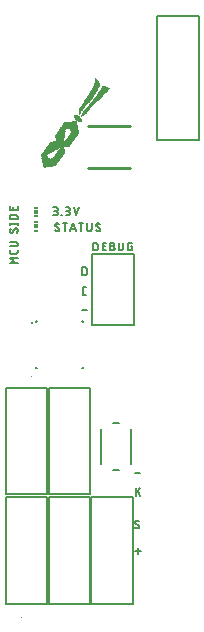
<source format=gbr>
G04 EAGLE Gerber RS-274X export*
G75*
%MOMM*%
%FSLAX34Y34*%
%LPD*%
%INSilkscreen Top*%
%IPPOS*%
%AMOC8*
5,1,8,0,0,1.08239X$1,22.5*%
G01*
%ADD10C,0.203200*%
%ADD11C,0.152400*%
%ADD12R,0.000506X0.000250*%
%ADD13C,0.000000*%
%ADD14R,0.180000X0.020000*%
%ADD15R,0.300000X0.020000*%
%ADD16R,0.480000X0.020000*%
%ADD17R,0.660000X0.020000*%
%ADD18R,0.800000X0.020000*%
%ADD19R,0.980000X0.020000*%
%ADD20R,1.060000X0.020000*%
%ADD21R,1.080000X0.020000*%
%ADD22R,1.100000X0.020000*%
%ADD23R,1.120000X0.020000*%
%ADD24R,1.140000X0.020000*%
%ADD25R,1.180000X0.020000*%
%ADD26R,1.200000X0.020000*%
%ADD27R,1.220000X0.020000*%
%ADD28R,1.240000X0.020000*%
%ADD29R,1.280000X0.020000*%
%ADD30R,1.300000X0.020000*%
%ADD31R,1.320000X0.020000*%
%ADD32R,1.340000X0.020000*%
%ADD33R,1.380000X0.020000*%
%ADD34R,1.400000X0.020000*%
%ADD35R,1.420000X0.020000*%
%ADD36R,1.440000X0.020000*%
%ADD37R,1.460000X0.020000*%
%ADD38R,1.480000X0.020000*%
%ADD39R,1.500000X0.020000*%
%ADD40R,1.540000X0.020000*%
%ADD41R,1.560000X0.020000*%
%ADD42R,0.700000X0.020000*%
%ADD43R,0.640000X0.020000*%
%ADD44R,0.740000X0.020000*%
%ADD45R,0.620000X0.020000*%
%ADD46R,0.720000X0.020000*%
%ADD47R,0.600000X0.020000*%
%ADD48R,0.580000X0.020000*%
%ADD49R,0.560000X0.020000*%
%ADD50R,0.680000X0.020000*%
%ADD51R,0.540000X0.020000*%
%ADD52R,0.520000X0.020000*%
%ADD53R,0.500000X0.020000*%
%ADD54R,0.760000X0.020000*%
%ADD55R,0.780000X0.020000*%
%ADD56R,0.840000X0.020000*%
%ADD57R,0.860000X0.020000*%
%ADD58R,0.900000X0.020000*%
%ADD59R,0.920000X0.020000*%
%ADD60R,0.460000X0.020000*%
%ADD61R,0.940000X0.020000*%
%ADD62R,0.440000X0.020000*%
%ADD63R,1.000000X0.020000*%
%ADD64R,1.020000X0.020000*%
%ADD65R,0.420000X0.020000*%
%ADD66R,1.040000X0.020000*%
%ADD67R,0.400000X0.020000*%
%ADD68R,0.380000X0.020000*%
%ADD69R,0.360000X0.020000*%
%ADD70R,1.620000X0.020000*%
%ADD71R,1.740000X0.020000*%
%ADD72R,1.840000X0.020000*%
%ADD73R,1.860000X0.020000*%
%ADD74R,1.360000X0.020000*%
%ADD75R,1.260000X0.020000*%
%ADD76R,1.160000X0.020000*%
%ADD77R,0.060000X0.020000*%
%ADD78R,0.220000X0.020000*%
%ADD79R,0.100000X0.020000*%
%ADD80R,0.320000X0.020000*%
%ADD81R,0.260000X0.020000*%
%ADD82R,0.160000X0.020000*%
%ADD83R,0.140000X0.020000*%
%ADD84R,0.240000X0.020000*%
%ADD85R,0.020000X0.020000*%
%ADD86R,0.040000X0.020000*%
%ADD87R,0.080000X0.020000*%
%ADD88R,0.120000X0.020000*%
%ADD89R,0.280000X0.020000*%
%ADD90R,0.200000X0.020000*%
%ADD91R,0.340000X0.020000*%
%ADD92C,0.254000*%
%ADD93C,0.127000*%
%ADD94C,0.100000*%
%ADD95R,0.300000X0.150000*%
%ADD96R,0.300000X0.300000*%


D10*
X110158Y45590D02*
X115577Y45590D01*
X112867Y42881D02*
X112867Y48299D01*
D11*
X112288Y64776D02*
X112362Y64778D01*
X112436Y64784D01*
X112510Y64793D01*
X112583Y64806D01*
X112656Y64823D01*
X112727Y64843D01*
X112798Y64867D01*
X112867Y64895D01*
X112934Y64926D01*
X113000Y64960D01*
X113065Y64998D01*
X113127Y65039D01*
X113187Y65083D01*
X113244Y65130D01*
X113299Y65180D01*
X113352Y65233D01*
X113402Y65288D01*
X113449Y65345D01*
X113493Y65405D01*
X113534Y65467D01*
X113572Y65532D01*
X113606Y65597D01*
X113637Y65665D01*
X113665Y65734D01*
X113689Y65805D01*
X113709Y65876D01*
X113726Y65948D01*
X113739Y66022D01*
X113748Y66095D01*
X113754Y66170D01*
X113756Y66244D01*
X112288Y64776D02*
X112177Y64778D01*
X112066Y64784D01*
X111955Y64794D01*
X111844Y64808D01*
X111735Y64826D01*
X111626Y64848D01*
X111517Y64873D01*
X111410Y64903D01*
X111304Y64936D01*
X111199Y64974D01*
X111096Y65014D01*
X110994Y65059D01*
X110894Y65107D01*
X110795Y65159D01*
X110699Y65214D01*
X110604Y65273D01*
X110512Y65335D01*
X110422Y65401D01*
X110334Y65469D01*
X110249Y65541D01*
X110167Y65616D01*
X110087Y65693D01*
X110270Y69912D02*
X110272Y69986D01*
X110278Y70061D01*
X110287Y70134D01*
X110300Y70208D01*
X110317Y70280D01*
X110337Y70351D01*
X110361Y70422D01*
X110389Y70491D01*
X110420Y70558D01*
X110454Y70624D01*
X110492Y70689D01*
X110533Y70751D01*
X110577Y70811D01*
X110624Y70868D01*
X110674Y70923D01*
X110727Y70976D01*
X110782Y71026D01*
X110839Y71073D01*
X110899Y71117D01*
X110961Y71158D01*
X111026Y71196D01*
X111092Y71230D01*
X111159Y71261D01*
X111228Y71289D01*
X111299Y71313D01*
X111370Y71333D01*
X111442Y71350D01*
X111516Y71363D01*
X111589Y71372D01*
X111664Y71378D01*
X111738Y71380D01*
X111842Y71378D01*
X111946Y71372D01*
X112050Y71362D01*
X112153Y71349D01*
X112256Y71331D01*
X112358Y71309D01*
X112459Y71284D01*
X112559Y71255D01*
X112658Y71222D01*
X112755Y71185D01*
X112851Y71145D01*
X112946Y71101D01*
X113038Y71053D01*
X113129Y71003D01*
X113218Y70948D01*
X113305Y70891D01*
X113389Y70830D01*
X111004Y68627D02*
X110941Y68666D01*
X110881Y68708D01*
X110823Y68753D01*
X110766Y68801D01*
X110713Y68852D01*
X110662Y68905D01*
X110613Y68960D01*
X110568Y69018D01*
X110525Y69078D01*
X110485Y69140D01*
X110449Y69204D01*
X110415Y69270D01*
X110385Y69338D01*
X110358Y69406D01*
X110335Y69476D01*
X110315Y69547D01*
X110299Y69619D01*
X110286Y69692D01*
X110277Y69765D01*
X110272Y69838D01*
X110270Y69912D01*
X113022Y67529D02*
X113085Y67490D01*
X113145Y67448D01*
X113204Y67403D01*
X113260Y67355D01*
X113313Y67304D01*
X113364Y67251D01*
X113413Y67196D01*
X113458Y67138D01*
X113501Y67078D01*
X113541Y67016D01*
X113577Y66952D01*
X113611Y66886D01*
X113641Y66818D01*
X113668Y66750D01*
X113691Y66680D01*
X113711Y66609D01*
X113727Y66537D01*
X113740Y66464D01*
X113749Y66391D01*
X113754Y66318D01*
X113756Y66244D01*
X113022Y67528D02*
X111004Y68628D01*
X111125Y92202D02*
X111125Y98806D01*
X114794Y98806D02*
X111125Y94770D01*
X112593Y96238D02*
X114794Y92202D01*
X114653Y111407D02*
X110250Y111407D01*
X65603Y279273D02*
X65603Y285877D01*
X67437Y285877D01*
X67522Y285875D01*
X67606Y285869D01*
X67690Y285859D01*
X67774Y285846D01*
X67857Y285828D01*
X67939Y285807D01*
X68020Y285782D01*
X68100Y285753D01*
X68178Y285721D01*
X68254Y285685D01*
X68329Y285645D01*
X68402Y285602D01*
X68473Y285556D01*
X68542Y285507D01*
X68609Y285454D01*
X68673Y285398D01*
X68734Y285340D01*
X68792Y285279D01*
X68848Y285215D01*
X68901Y285148D01*
X68950Y285079D01*
X68996Y285008D01*
X69039Y284935D01*
X69079Y284860D01*
X69115Y284784D01*
X69147Y284706D01*
X69176Y284626D01*
X69201Y284545D01*
X69222Y284463D01*
X69240Y284380D01*
X69253Y284296D01*
X69263Y284212D01*
X69269Y284128D01*
X69271Y284043D01*
X69271Y281107D01*
X69269Y281022D01*
X69263Y280938D01*
X69253Y280854D01*
X69240Y280770D01*
X69222Y280687D01*
X69201Y280605D01*
X69176Y280524D01*
X69147Y280444D01*
X69115Y280366D01*
X69079Y280290D01*
X69039Y280215D01*
X68996Y280142D01*
X68950Y280071D01*
X68901Y280002D01*
X68848Y279935D01*
X68792Y279871D01*
X68734Y279810D01*
X68673Y279752D01*
X68609Y279696D01*
X68542Y279643D01*
X68473Y279594D01*
X68402Y279548D01*
X68329Y279505D01*
X68254Y279465D01*
X68178Y279429D01*
X68100Y279397D01*
X68020Y279368D01*
X67939Y279343D01*
X67857Y279322D01*
X67774Y279304D01*
X67690Y279291D01*
X67606Y279281D01*
X67522Y279275D01*
X67437Y279273D01*
X65603Y279273D01*
X67437Y262382D02*
X68905Y262382D01*
X67437Y262382D02*
X67363Y262384D01*
X67288Y262390D01*
X67215Y262399D01*
X67141Y262412D01*
X67069Y262429D01*
X66998Y262449D01*
X66927Y262473D01*
X66858Y262501D01*
X66791Y262532D01*
X66725Y262566D01*
X66660Y262604D01*
X66598Y262645D01*
X66538Y262689D01*
X66481Y262736D01*
X66426Y262786D01*
X66373Y262839D01*
X66323Y262894D01*
X66276Y262951D01*
X66232Y263011D01*
X66191Y263073D01*
X66153Y263138D01*
X66119Y263204D01*
X66088Y263271D01*
X66060Y263340D01*
X66036Y263411D01*
X66016Y263482D01*
X65999Y263554D01*
X65986Y263628D01*
X65977Y263701D01*
X65971Y263776D01*
X65969Y263850D01*
X65969Y267518D01*
X65971Y267592D01*
X65977Y267667D01*
X65986Y267740D01*
X65999Y267814D01*
X66016Y267886D01*
X66036Y267957D01*
X66060Y268028D01*
X66088Y268097D01*
X66119Y268164D01*
X66153Y268230D01*
X66191Y268295D01*
X66232Y268357D01*
X66276Y268417D01*
X66323Y268474D01*
X66373Y268529D01*
X66426Y268582D01*
X66481Y268632D01*
X66538Y268679D01*
X66598Y268723D01*
X66660Y268764D01*
X66725Y268802D01*
X66790Y268836D01*
X66858Y268867D01*
X66927Y268895D01*
X66998Y268919D01*
X67069Y268939D01*
X67141Y268956D01*
X67215Y268969D01*
X67288Y268978D01*
X67363Y268984D01*
X67437Y268986D01*
X68905Y268986D01*
X69592Y249701D02*
X65190Y249701D01*
X42982Y329819D02*
X41148Y329819D01*
X42982Y329819D02*
X43067Y329821D01*
X43151Y329827D01*
X43235Y329837D01*
X43319Y329850D01*
X43402Y329868D01*
X43484Y329889D01*
X43565Y329914D01*
X43645Y329943D01*
X43723Y329975D01*
X43799Y330011D01*
X43874Y330051D01*
X43947Y330094D01*
X44018Y330140D01*
X44087Y330189D01*
X44154Y330242D01*
X44218Y330298D01*
X44279Y330356D01*
X44337Y330417D01*
X44393Y330481D01*
X44446Y330548D01*
X44495Y330617D01*
X44541Y330688D01*
X44584Y330761D01*
X44624Y330836D01*
X44660Y330912D01*
X44692Y330990D01*
X44721Y331070D01*
X44746Y331151D01*
X44767Y331233D01*
X44785Y331316D01*
X44798Y331400D01*
X44808Y331484D01*
X44814Y331568D01*
X44816Y331653D01*
X44814Y331738D01*
X44808Y331822D01*
X44798Y331906D01*
X44785Y331990D01*
X44767Y332073D01*
X44746Y332155D01*
X44721Y332236D01*
X44692Y332316D01*
X44660Y332394D01*
X44624Y332470D01*
X44584Y332545D01*
X44541Y332618D01*
X44495Y332689D01*
X44446Y332758D01*
X44393Y332825D01*
X44337Y332889D01*
X44279Y332950D01*
X44218Y333008D01*
X44154Y333064D01*
X44087Y333117D01*
X44018Y333166D01*
X43947Y333212D01*
X43874Y333255D01*
X43799Y333295D01*
X43723Y333331D01*
X43645Y333363D01*
X43565Y333392D01*
X43484Y333417D01*
X43402Y333438D01*
X43319Y333456D01*
X43235Y333469D01*
X43151Y333479D01*
X43067Y333485D01*
X42982Y333487D01*
X43349Y336423D02*
X41148Y336423D01*
X43349Y336423D02*
X43425Y336421D01*
X43500Y336415D01*
X43575Y336406D01*
X43649Y336392D01*
X43723Y336375D01*
X43795Y336353D01*
X43867Y336329D01*
X43937Y336300D01*
X44005Y336268D01*
X44072Y336233D01*
X44137Y336194D01*
X44200Y336151D01*
X44260Y336106D01*
X44318Y336058D01*
X44374Y336006D01*
X44426Y335952D01*
X44476Y335895D01*
X44523Y335836D01*
X44567Y335775D01*
X44608Y335711D01*
X44645Y335645D01*
X44679Y335577D01*
X44709Y335508D01*
X44736Y335437D01*
X44759Y335365D01*
X44778Y335292D01*
X44793Y335218D01*
X44805Y335143D01*
X44813Y335068D01*
X44817Y334993D01*
X44817Y334917D01*
X44813Y334842D01*
X44805Y334767D01*
X44793Y334692D01*
X44778Y334618D01*
X44759Y334545D01*
X44736Y334473D01*
X44709Y334402D01*
X44679Y334333D01*
X44645Y334265D01*
X44608Y334199D01*
X44567Y334135D01*
X44523Y334074D01*
X44476Y334015D01*
X44426Y333958D01*
X44374Y333904D01*
X44318Y333852D01*
X44260Y333804D01*
X44200Y333759D01*
X44137Y333716D01*
X44072Y333677D01*
X44005Y333642D01*
X43937Y333610D01*
X43867Y333581D01*
X43795Y333557D01*
X43723Y333535D01*
X43649Y333518D01*
X43575Y333504D01*
X43500Y333495D01*
X43425Y333489D01*
X43349Y333487D01*
X43349Y333488D02*
X41882Y333488D01*
X47920Y330186D02*
X47920Y329819D01*
X47920Y330186D02*
X48287Y330186D01*
X48287Y329819D01*
X47920Y329819D01*
X51389Y329819D02*
X53224Y329819D01*
X53309Y329821D01*
X53393Y329827D01*
X53477Y329837D01*
X53561Y329850D01*
X53644Y329868D01*
X53726Y329889D01*
X53807Y329914D01*
X53887Y329943D01*
X53965Y329975D01*
X54041Y330011D01*
X54116Y330051D01*
X54189Y330094D01*
X54260Y330140D01*
X54329Y330189D01*
X54396Y330242D01*
X54460Y330298D01*
X54521Y330356D01*
X54579Y330417D01*
X54635Y330481D01*
X54688Y330548D01*
X54737Y330617D01*
X54783Y330688D01*
X54826Y330761D01*
X54866Y330836D01*
X54902Y330912D01*
X54934Y330990D01*
X54963Y331070D01*
X54988Y331151D01*
X55009Y331233D01*
X55027Y331316D01*
X55040Y331400D01*
X55050Y331484D01*
X55056Y331568D01*
X55058Y331653D01*
X55056Y331738D01*
X55050Y331822D01*
X55040Y331906D01*
X55027Y331990D01*
X55009Y332073D01*
X54988Y332155D01*
X54963Y332236D01*
X54934Y332316D01*
X54902Y332394D01*
X54866Y332470D01*
X54826Y332545D01*
X54783Y332618D01*
X54737Y332689D01*
X54688Y332758D01*
X54635Y332825D01*
X54579Y332889D01*
X54521Y332950D01*
X54460Y333008D01*
X54396Y333064D01*
X54329Y333117D01*
X54260Y333166D01*
X54189Y333212D01*
X54116Y333255D01*
X54041Y333295D01*
X53965Y333331D01*
X53887Y333363D01*
X53807Y333392D01*
X53726Y333417D01*
X53644Y333438D01*
X53561Y333456D01*
X53477Y333469D01*
X53393Y333479D01*
X53309Y333485D01*
X53224Y333487D01*
X53591Y336423D02*
X51389Y336423D01*
X53591Y336423D02*
X53667Y336421D01*
X53742Y336415D01*
X53817Y336406D01*
X53891Y336392D01*
X53965Y336375D01*
X54037Y336353D01*
X54109Y336329D01*
X54179Y336300D01*
X54247Y336268D01*
X54314Y336233D01*
X54379Y336194D01*
X54442Y336151D01*
X54502Y336106D01*
X54560Y336058D01*
X54616Y336006D01*
X54668Y335952D01*
X54718Y335895D01*
X54765Y335836D01*
X54809Y335775D01*
X54850Y335711D01*
X54887Y335645D01*
X54921Y335577D01*
X54951Y335508D01*
X54978Y335437D01*
X55001Y335365D01*
X55020Y335292D01*
X55035Y335218D01*
X55047Y335143D01*
X55055Y335068D01*
X55059Y334993D01*
X55059Y334917D01*
X55055Y334842D01*
X55047Y334767D01*
X55035Y334692D01*
X55020Y334618D01*
X55001Y334545D01*
X54978Y334473D01*
X54951Y334402D01*
X54921Y334333D01*
X54887Y334265D01*
X54850Y334199D01*
X54809Y334135D01*
X54765Y334074D01*
X54718Y334015D01*
X54668Y333958D01*
X54616Y333904D01*
X54560Y333852D01*
X54502Y333804D01*
X54442Y333759D01*
X54379Y333716D01*
X54314Y333677D01*
X54247Y333642D01*
X54179Y333610D01*
X54109Y333581D01*
X54037Y333557D01*
X53965Y333535D01*
X53891Y333518D01*
X53817Y333504D01*
X53742Y333495D01*
X53667Y333489D01*
X53591Y333487D01*
X53591Y333488D02*
X52123Y333488D01*
X58338Y336423D02*
X60539Y329819D01*
X62740Y336423D01*
X46087Y317952D02*
X46085Y317878D01*
X46079Y317803D01*
X46070Y317730D01*
X46057Y317656D01*
X46040Y317584D01*
X46020Y317513D01*
X45996Y317442D01*
X45968Y317373D01*
X45937Y317305D01*
X45903Y317240D01*
X45865Y317175D01*
X45824Y317113D01*
X45780Y317053D01*
X45733Y316996D01*
X45683Y316941D01*
X45630Y316888D01*
X45575Y316838D01*
X45518Y316791D01*
X45458Y316747D01*
X45396Y316706D01*
X45331Y316668D01*
X45265Y316634D01*
X45198Y316603D01*
X45129Y316575D01*
X45058Y316551D01*
X44987Y316531D01*
X44914Y316514D01*
X44841Y316501D01*
X44767Y316492D01*
X44693Y316486D01*
X44619Y316484D01*
X44508Y316486D01*
X44397Y316492D01*
X44286Y316502D01*
X44175Y316516D01*
X44066Y316534D01*
X43957Y316556D01*
X43848Y316581D01*
X43741Y316611D01*
X43635Y316644D01*
X43530Y316682D01*
X43427Y316722D01*
X43325Y316767D01*
X43225Y316815D01*
X43126Y316867D01*
X43030Y316922D01*
X42935Y316981D01*
X42843Y317043D01*
X42753Y317109D01*
X42665Y317177D01*
X42580Y317249D01*
X42498Y317324D01*
X42418Y317401D01*
X42601Y321620D02*
X42603Y321694D01*
X42609Y321769D01*
X42618Y321842D01*
X42631Y321916D01*
X42648Y321988D01*
X42668Y322059D01*
X42692Y322130D01*
X42720Y322199D01*
X42751Y322266D01*
X42785Y322332D01*
X42823Y322397D01*
X42864Y322459D01*
X42908Y322519D01*
X42955Y322576D01*
X43005Y322631D01*
X43058Y322684D01*
X43113Y322734D01*
X43170Y322781D01*
X43230Y322825D01*
X43292Y322866D01*
X43357Y322904D01*
X43423Y322938D01*
X43490Y322969D01*
X43559Y322997D01*
X43630Y323021D01*
X43701Y323041D01*
X43773Y323058D01*
X43847Y323071D01*
X43920Y323080D01*
X43995Y323086D01*
X44069Y323088D01*
X44173Y323086D01*
X44277Y323080D01*
X44381Y323070D01*
X44484Y323057D01*
X44587Y323039D01*
X44689Y323017D01*
X44790Y322992D01*
X44890Y322963D01*
X44989Y322930D01*
X45086Y322893D01*
X45182Y322853D01*
X45277Y322809D01*
X45369Y322761D01*
X45460Y322711D01*
X45549Y322656D01*
X45636Y322599D01*
X45720Y322538D01*
X43335Y320335D02*
X43272Y320374D01*
X43212Y320416D01*
X43154Y320461D01*
X43097Y320509D01*
X43044Y320560D01*
X42993Y320613D01*
X42944Y320668D01*
X42899Y320726D01*
X42856Y320786D01*
X42816Y320848D01*
X42780Y320912D01*
X42746Y320978D01*
X42716Y321046D01*
X42689Y321114D01*
X42666Y321184D01*
X42646Y321255D01*
X42630Y321327D01*
X42617Y321400D01*
X42608Y321473D01*
X42603Y321546D01*
X42601Y321620D01*
X45353Y319237D02*
X45416Y319198D01*
X45476Y319156D01*
X45535Y319111D01*
X45591Y319063D01*
X45644Y319012D01*
X45695Y318959D01*
X45744Y318904D01*
X45789Y318846D01*
X45832Y318786D01*
X45872Y318724D01*
X45908Y318660D01*
X45942Y318594D01*
X45972Y318526D01*
X45999Y318458D01*
X46022Y318388D01*
X46042Y318317D01*
X46058Y318245D01*
X46071Y318172D01*
X46080Y318099D01*
X46085Y318026D01*
X46087Y317952D01*
X45353Y319236D02*
X43335Y320336D01*
X50836Y323088D02*
X50836Y316484D01*
X49002Y323088D02*
X52671Y323088D01*
X57664Y323088D02*
X55462Y316484D01*
X59865Y316484D02*
X57664Y323088D01*
X59315Y318135D02*
X56013Y318135D01*
X64491Y316484D02*
X64491Y323088D01*
X62657Y323088D02*
X66326Y323088D01*
X69728Y323088D02*
X69728Y318318D01*
X69730Y318233D01*
X69736Y318149D01*
X69746Y318065D01*
X69759Y317981D01*
X69777Y317898D01*
X69798Y317816D01*
X69823Y317735D01*
X69852Y317655D01*
X69884Y317577D01*
X69920Y317501D01*
X69960Y317426D01*
X70003Y317353D01*
X70049Y317282D01*
X70098Y317213D01*
X70151Y317146D01*
X70207Y317082D01*
X70265Y317021D01*
X70326Y316963D01*
X70390Y316907D01*
X70457Y316854D01*
X70526Y316805D01*
X70597Y316759D01*
X70670Y316716D01*
X70745Y316676D01*
X70821Y316640D01*
X70899Y316608D01*
X70979Y316579D01*
X71060Y316554D01*
X71142Y316533D01*
X71225Y316515D01*
X71309Y316502D01*
X71393Y316492D01*
X71477Y316486D01*
X71562Y316484D01*
X71647Y316486D01*
X71731Y316492D01*
X71815Y316502D01*
X71899Y316515D01*
X71982Y316533D01*
X72064Y316554D01*
X72145Y316579D01*
X72225Y316608D01*
X72303Y316640D01*
X72379Y316676D01*
X72454Y316716D01*
X72527Y316759D01*
X72598Y316805D01*
X72667Y316854D01*
X72734Y316907D01*
X72798Y316963D01*
X72859Y317021D01*
X72917Y317082D01*
X72973Y317146D01*
X73026Y317213D01*
X73075Y317282D01*
X73121Y317353D01*
X73164Y317426D01*
X73204Y317501D01*
X73240Y317577D01*
X73272Y317655D01*
X73301Y317735D01*
X73326Y317816D01*
X73347Y317898D01*
X73365Y317981D01*
X73378Y318065D01*
X73388Y318149D01*
X73394Y318233D01*
X73396Y318318D01*
X73397Y318318D02*
X73397Y323088D01*
X79245Y316484D02*
X79319Y316486D01*
X79393Y316492D01*
X79467Y316501D01*
X79540Y316514D01*
X79613Y316531D01*
X79684Y316551D01*
X79755Y316575D01*
X79824Y316603D01*
X79891Y316634D01*
X79957Y316668D01*
X80022Y316706D01*
X80084Y316747D01*
X80144Y316791D01*
X80201Y316838D01*
X80256Y316888D01*
X80309Y316941D01*
X80359Y316996D01*
X80406Y317053D01*
X80450Y317113D01*
X80491Y317175D01*
X80529Y317240D01*
X80563Y317305D01*
X80594Y317373D01*
X80622Y317442D01*
X80646Y317513D01*
X80666Y317584D01*
X80683Y317656D01*
X80696Y317730D01*
X80705Y317803D01*
X80711Y317878D01*
X80713Y317952D01*
X79245Y316484D02*
X79134Y316486D01*
X79023Y316492D01*
X78912Y316502D01*
X78801Y316516D01*
X78692Y316534D01*
X78583Y316556D01*
X78474Y316581D01*
X78367Y316611D01*
X78261Y316644D01*
X78156Y316682D01*
X78053Y316722D01*
X77951Y316767D01*
X77851Y316815D01*
X77752Y316867D01*
X77656Y316922D01*
X77561Y316981D01*
X77469Y317043D01*
X77379Y317109D01*
X77291Y317177D01*
X77206Y317249D01*
X77124Y317324D01*
X77044Y317401D01*
X77226Y321620D02*
X77228Y321694D01*
X77234Y321769D01*
X77243Y321842D01*
X77256Y321916D01*
X77273Y321988D01*
X77293Y322059D01*
X77317Y322130D01*
X77345Y322199D01*
X77376Y322266D01*
X77410Y322332D01*
X77448Y322397D01*
X77489Y322459D01*
X77533Y322519D01*
X77580Y322576D01*
X77630Y322631D01*
X77683Y322684D01*
X77738Y322734D01*
X77795Y322781D01*
X77855Y322825D01*
X77917Y322866D01*
X77982Y322904D01*
X78048Y322938D01*
X78115Y322969D01*
X78184Y322997D01*
X78255Y323021D01*
X78326Y323041D01*
X78398Y323058D01*
X78472Y323071D01*
X78545Y323080D01*
X78620Y323086D01*
X78694Y323088D01*
X78798Y323086D01*
X78902Y323080D01*
X79006Y323070D01*
X79109Y323057D01*
X79212Y323039D01*
X79314Y323017D01*
X79415Y322992D01*
X79515Y322963D01*
X79614Y322930D01*
X79711Y322893D01*
X79807Y322853D01*
X79902Y322809D01*
X79994Y322761D01*
X80085Y322711D01*
X80174Y322656D01*
X80261Y322599D01*
X80345Y322538D01*
X77960Y320335D02*
X77897Y320374D01*
X77837Y320416D01*
X77779Y320461D01*
X77722Y320509D01*
X77669Y320560D01*
X77618Y320613D01*
X77569Y320668D01*
X77524Y320726D01*
X77481Y320786D01*
X77441Y320848D01*
X77405Y320912D01*
X77371Y320978D01*
X77341Y321046D01*
X77314Y321114D01*
X77291Y321184D01*
X77271Y321255D01*
X77255Y321327D01*
X77242Y321400D01*
X77233Y321473D01*
X77228Y321546D01*
X77226Y321620D01*
X79979Y319237D02*
X80042Y319198D01*
X80102Y319156D01*
X80161Y319111D01*
X80217Y319063D01*
X80270Y319012D01*
X80321Y318959D01*
X80370Y318904D01*
X80415Y318846D01*
X80458Y318786D01*
X80498Y318724D01*
X80534Y318660D01*
X80568Y318594D01*
X80598Y318526D01*
X80625Y318458D01*
X80648Y318388D01*
X80668Y318317D01*
X80684Y318245D01*
X80697Y318172D01*
X80706Y318099D01*
X80711Y318026D01*
X80713Y317952D01*
X79978Y319236D02*
X77960Y320336D01*
X74848Y306705D02*
X74848Y300101D01*
X74848Y306705D02*
X76683Y306705D01*
X76768Y306703D01*
X76852Y306697D01*
X76936Y306687D01*
X77020Y306674D01*
X77103Y306656D01*
X77185Y306635D01*
X77266Y306610D01*
X77346Y306581D01*
X77424Y306549D01*
X77500Y306513D01*
X77575Y306473D01*
X77648Y306430D01*
X77719Y306384D01*
X77788Y306335D01*
X77855Y306282D01*
X77919Y306226D01*
X77980Y306168D01*
X78038Y306107D01*
X78094Y306043D01*
X78147Y305976D01*
X78196Y305907D01*
X78242Y305836D01*
X78285Y305763D01*
X78325Y305688D01*
X78361Y305612D01*
X78393Y305534D01*
X78422Y305454D01*
X78447Y305373D01*
X78468Y305291D01*
X78486Y305208D01*
X78499Y305124D01*
X78509Y305040D01*
X78515Y304956D01*
X78517Y304871D01*
X78517Y301935D01*
X78515Y301850D01*
X78509Y301766D01*
X78499Y301682D01*
X78486Y301598D01*
X78468Y301515D01*
X78447Y301433D01*
X78422Y301352D01*
X78393Y301272D01*
X78361Y301194D01*
X78325Y301118D01*
X78285Y301043D01*
X78242Y300970D01*
X78196Y300899D01*
X78147Y300830D01*
X78094Y300763D01*
X78038Y300699D01*
X77980Y300638D01*
X77919Y300580D01*
X77855Y300524D01*
X77788Y300471D01*
X77719Y300422D01*
X77648Y300376D01*
X77575Y300333D01*
X77500Y300293D01*
X77424Y300257D01*
X77346Y300225D01*
X77266Y300196D01*
X77185Y300171D01*
X77103Y300150D01*
X77020Y300132D01*
X76936Y300119D01*
X76852Y300109D01*
X76768Y300103D01*
X76683Y300101D01*
X74848Y300101D01*
X82675Y300101D02*
X85610Y300101D01*
X82675Y300101D02*
X82675Y306705D01*
X85610Y306705D01*
X84877Y303770D02*
X82675Y303770D01*
X89172Y303770D02*
X91007Y303770D01*
X91007Y303769D02*
X91092Y303767D01*
X91176Y303761D01*
X91260Y303751D01*
X91344Y303738D01*
X91427Y303720D01*
X91509Y303699D01*
X91590Y303674D01*
X91670Y303645D01*
X91748Y303613D01*
X91824Y303577D01*
X91899Y303537D01*
X91972Y303494D01*
X92043Y303448D01*
X92112Y303399D01*
X92179Y303346D01*
X92243Y303290D01*
X92304Y303232D01*
X92362Y303171D01*
X92418Y303107D01*
X92471Y303040D01*
X92520Y302971D01*
X92566Y302900D01*
X92609Y302827D01*
X92649Y302752D01*
X92685Y302676D01*
X92717Y302598D01*
X92746Y302518D01*
X92771Y302437D01*
X92792Y302355D01*
X92810Y302272D01*
X92823Y302188D01*
X92833Y302104D01*
X92839Y302020D01*
X92841Y301935D01*
X92839Y301850D01*
X92833Y301766D01*
X92823Y301682D01*
X92810Y301598D01*
X92792Y301515D01*
X92771Y301433D01*
X92746Y301352D01*
X92717Y301272D01*
X92685Y301194D01*
X92649Y301118D01*
X92609Y301043D01*
X92566Y300970D01*
X92520Y300899D01*
X92471Y300830D01*
X92418Y300763D01*
X92362Y300699D01*
X92304Y300638D01*
X92243Y300580D01*
X92179Y300524D01*
X92112Y300471D01*
X92043Y300422D01*
X91972Y300376D01*
X91899Y300333D01*
X91824Y300293D01*
X91748Y300257D01*
X91670Y300225D01*
X91590Y300196D01*
X91509Y300171D01*
X91427Y300150D01*
X91344Y300132D01*
X91260Y300119D01*
X91176Y300109D01*
X91092Y300103D01*
X91007Y300101D01*
X89172Y300101D01*
X89172Y306705D01*
X91007Y306705D01*
X91083Y306703D01*
X91158Y306697D01*
X91233Y306688D01*
X91307Y306674D01*
X91381Y306657D01*
X91453Y306635D01*
X91525Y306611D01*
X91595Y306582D01*
X91663Y306550D01*
X91730Y306515D01*
X91795Y306476D01*
X91858Y306433D01*
X91918Y306388D01*
X91976Y306340D01*
X92032Y306288D01*
X92084Y306234D01*
X92134Y306177D01*
X92181Y306118D01*
X92225Y306057D01*
X92266Y305993D01*
X92303Y305927D01*
X92337Y305859D01*
X92367Y305790D01*
X92394Y305719D01*
X92417Y305647D01*
X92436Y305574D01*
X92451Y305500D01*
X92463Y305425D01*
X92471Y305350D01*
X92475Y305275D01*
X92475Y305199D01*
X92471Y305124D01*
X92463Y305049D01*
X92451Y304974D01*
X92436Y304900D01*
X92417Y304827D01*
X92394Y304755D01*
X92367Y304684D01*
X92337Y304615D01*
X92303Y304547D01*
X92266Y304481D01*
X92225Y304417D01*
X92181Y304356D01*
X92134Y304297D01*
X92084Y304240D01*
X92032Y304186D01*
X91976Y304134D01*
X91918Y304086D01*
X91858Y304041D01*
X91795Y303998D01*
X91730Y303959D01*
X91663Y303924D01*
X91595Y303892D01*
X91525Y303863D01*
X91453Y303839D01*
X91381Y303817D01*
X91307Y303800D01*
X91233Y303786D01*
X91158Y303777D01*
X91083Y303771D01*
X91007Y303769D01*
X96306Y301935D02*
X96306Y306705D01*
X96307Y301935D02*
X96309Y301850D01*
X96315Y301766D01*
X96325Y301682D01*
X96338Y301598D01*
X96356Y301515D01*
X96377Y301433D01*
X96402Y301352D01*
X96431Y301272D01*
X96463Y301194D01*
X96499Y301118D01*
X96539Y301043D01*
X96582Y300970D01*
X96628Y300899D01*
X96677Y300830D01*
X96730Y300763D01*
X96786Y300699D01*
X96844Y300638D01*
X96905Y300580D01*
X96969Y300524D01*
X97036Y300471D01*
X97105Y300422D01*
X97176Y300376D01*
X97249Y300333D01*
X97324Y300293D01*
X97400Y300257D01*
X97478Y300225D01*
X97558Y300196D01*
X97639Y300171D01*
X97721Y300150D01*
X97804Y300132D01*
X97888Y300119D01*
X97972Y300109D01*
X98056Y300103D01*
X98141Y300101D01*
X98226Y300103D01*
X98310Y300109D01*
X98394Y300119D01*
X98478Y300132D01*
X98561Y300150D01*
X98643Y300171D01*
X98724Y300196D01*
X98804Y300225D01*
X98882Y300257D01*
X98958Y300293D01*
X99033Y300333D01*
X99106Y300376D01*
X99177Y300422D01*
X99246Y300471D01*
X99313Y300524D01*
X99377Y300580D01*
X99438Y300638D01*
X99496Y300699D01*
X99552Y300763D01*
X99605Y300830D01*
X99654Y300899D01*
X99700Y300970D01*
X99743Y301043D01*
X99783Y301118D01*
X99819Y301194D01*
X99851Y301272D01*
X99880Y301352D01*
X99905Y301433D01*
X99926Y301515D01*
X99944Y301598D01*
X99957Y301682D01*
X99967Y301766D01*
X99973Y301850D01*
X99975Y301935D01*
X99975Y306705D01*
X106677Y303770D02*
X107778Y303770D01*
X107778Y300101D01*
X105576Y300101D01*
X105502Y300103D01*
X105427Y300109D01*
X105354Y300118D01*
X105280Y300131D01*
X105208Y300148D01*
X105137Y300168D01*
X105066Y300192D01*
X104997Y300220D01*
X104930Y300251D01*
X104864Y300285D01*
X104799Y300323D01*
X104737Y300364D01*
X104677Y300408D01*
X104620Y300455D01*
X104565Y300505D01*
X104512Y300558D01*
X104462Y300613D01*
X104415Y300670D01*
X104371Y300730D01*
X104330Y300792D01*
X104292Y300857D01*
X104258Y300923D01*
X104227Y300990D01*
X104199Y301059D01*
X104175Y301130D01*
X104155Y301201D01*
X104138Y301273D01*
X104125Y301347D01*
X104116Y301420D01*
X104110Y301495D01*
X104108Y301569D01*
X104109Y301569D02*
X104109Y305237D01*
X104111Y305311D01*
X104117Y305386D01*
X104126Y305459D01*
X104139Y305533D01*
X104156Y305605D01*
X104176Y305676D01*
X104200Y305747D01*
X104228Y305816D01*
X104259Y305883D01*
X104293Y305949D01*
X104331Y306014D01*
X104372Y306076D01*
X104416Y306136D01*
X104463Y306193D01*
X104513Y306248D01*
X104566Y306301D01*
X104621Y306351D01*
X104678Y306398D01*
X104738Y306442D01*
X104800Y306483D01*
X104865Y306521D01*
X104930Y306555D01*
X104998Y306586D01*
X105067Y306614D01*
X105138Y306638D01*
X105209Y306658D01*
X105281Y306675D01*
X105355Y306688D01*
X105428Y306697D01*
X105503Y306703D01*
X105577Y306705D01*
X105576Y306705D02*
X107778Y306705D01*
D12*
X23115Y193020D03*
D13*
X13634Y-10305D02*
X13633Y-10305D01*
X13633Y-10305D01*
X13632Y-10305D01*
X13632Y-10304D01*
X13632Y-10301D01*
X13632Y-10300D01*
X13633Y-10300D01*
X13634Y-10300D01*
X13636Y-10304D02*
X13636Y-10304D01*
X13636Y-10304D01*
X13636Y-10304D01*
X13636Y-10304D01*
X13636Y-10302D02*
X13636Y-10302D01*
X13636Y-10302D01*
X13636Y-10302D01*
X13636Y-10302D01*
X13638Y-10305D02*
X13640Y-10299D01*
X13642Y-10300D02*
X13642Y-10303D01*
X13642Y-10304D01*
X13643Y-10304D01*
X13643Y-10304D01*
X13644Y-10304D01*
X13644Y-10303D01*
X13645Y-10303D02*
X13645Y-10300D01*
X13647Y-10303D02*
X13648Y-10303D01*
X13647Y-10303D02*
X13646Y-10302D01*
X13646Y-10302D01*
X13646Y-10301D01*
X13647Y-10301D01*
X13648Y-10301D01*
X13648Y-10303D02*
X13649Y-10304D01*
X13649Y-10304D01*
X13649Y-10305D01*
X13648Y-10305D01*
X13646Y-10305D01*
X13651Y-10305D02*
X13653Y-10305D01*
X13651Y-10305D02*
X13650Y-10305D01*
X13650Y-10304D01*
X13650Y-10303D01*
X13651Y-10303D02*
X13651Y-10302D01*
X13652Y-10302D01*
X13652Y-10302D01*
X13653Y-10302D01*
X13653Y-10303D01*
X13653Y-10303D01*
X13650Y-10303D01*
X13655Y-10305D02*
X13655Y-10301D01*
X13656Y-10301D01*
X13656Y-10302D01*
X13658Y-10303D02*
X13659Y-10303D01*
X13658Y-10303D02*
X13657Y-10302D01*
X13657Y-10302D01*
X13657Y-10301D01*
X13658Y-10301D01*
X13659Y-10301D01*
X13659Y-10303D02*
X13660Y-10304D01*
X13660Y-10304D01*
X13660Y-10305D01*
X13659Y-10305D01*
X13657Y-10305D01*
X13661Y-10305D02*
X13664Y-10299D01*
X13666Y-10300D02*
X13666Y-10305D01*
X13665Y-10305D01*
X13665Y-10300D02*
X13666Y-10300D01*
X13668Y-10303D02*
X13670Y-10303D01*
X13669Y-10303D02*
X13668Y-10302D01*
X13668Y-10302D01*
X13668Y-10301D01*
X13669Y-10301D01*
X13670Y-10301D01*
X13669Y-10303D02*
X13670Y-10304D01*
X13670Y-10304D01*
X13670Y-10305D01*
X13669Y-10305D01*
X13667Y-10305D01*
X13673Y-10303D02*
X13674Y-10303D01*
X13673Y-10303D02*
X13672Y-10303D01*
X13672Y-10304D01*
X13672Y-10304D01*
X13672Y-10305D01*
X13673Y-10305D01*
X13674Y-10305D01*
X13674Y-10302D01*
X13674Y-10301D01*
X13673Y-10301D01*
X13672Y-10301D01*
X13676Y-10300D02*
X13676Y-10305D01*
X13676Y-10303D02*
X13678Y-10301D01*
X13677Y-10302D02*
X13678Y-10305D01*
X13680Y-10305D02*
X13682Y-10299D01*
X13684Y-10300D02*
X13684Y-10305D01*
X13684Y-10300D02*
X13685Y-10300D01*
X13686Y-10300D01*
X13686Y-10301D01*
X13686Y-10301D01*
X13686Y-10303D01*
X13686Y-10304D01*
X13686Y-10304D01*
X13685Y-10304D01*
X13685Y-10305D02*
X13684Y-10305D01*
X13688Y-10304D02*
X13688Y-10303D01*
X13688Y-10302D01*
X13689Y-10302D01*
X13689Y-10302D01*
X13690Y-10302D01*
X13690Y-10303D01*
X13691Y-10303D02*
X13691Y-10304D01*
X13690Y-10304D02*
X13690Y-10305D01*
X13689Y-10305D01*
X13689Y-10305D01*
X13688Y-10305D01*
X13688Y-10304D01*
X13692Y-10301D02*
X13693Y-10305D01*
X13694Y-10303D01*
X13695Y-10305D01*
X13696Y-10301D01*
X13697Y-10301D02*
X13697Y-10305D01*
X13697Y-10301D02*
X13699Y-10301D01*
X13700Y-10301D01*
X13700Y-10302D01*
X13700Y-10302D01*
X13700Y-10305D01*
X13701Y-10304D02*
X13701Y-10300D01*
X13701Y-10304D02*
X13701Y-10305D01*
X13702Y-10305D01*
X13702Y-10305D01*
X13704Y-10304D02*
X13704Y-10303D01*
X13704Y-10302D01*
X13705Y-10302D01*
X13705Y-10302D01*
X13706Y-10302D01*
X13706Y-10303D01*
X13706Y-10304D01*
X13706Y-10305D01*
X13705Y-10305D01*
X13705Y-10305D01*
X13704Y-10305D01*
X13704Y-10304D01*
X13709Y-10303D02*
X13710Y-10303D01*
X13709Y-10303D02*
X13708Y-10303D01*
X13708Y-10304D01*
X13708Y-10304D01*
X13708Y-10305D01*
X13709Y-10305D01*
X13710Y-10305D01*
X13710Y-10302D01*
X13710Y-10301D01*
X13709Y-10301D01*
X13708Y-10301D01*
X13714Y-10300D02*
X13714Y-10305D01*
X13713Y-10305D01*
X13712Y-10305D01*
X13712Y-10304D01*
X13712Y-10302D01*
X13712Y-10302D01*
X13713Y-10301D01*
X13713Y-10301D01*
X13714Y-10301D01*
X13716Y-10303D02*
X13718Y-10303D01*
X13717Y-10303D02*
X13716Y-10302D01*
X13716Y-10302D01*
X13716Y-10301D01*
X13717Y-10301D01*
X13718Y-10301D01*
X13717Y-10303D02*
X13718Y-10304D01*
X13718Y-10304D01*
X13718Y-10305D01*
X13717Y-10305D01*
X13715Y-10305D01*
X13720Y-10305D02*
X13722Y-10299D01*
X13724Y-10300D02*
X13724Y-10305D01*
X13724Y-10300D02*
X13725Y-10300D01*
X13726Y-10300D01*
X13726Y-10301D01*
X13726Y-10301D01*
X13726Y-10303D01*
X13726Y-10304D01*
X13726Y-10304D01*
X13725Y-10304D01*
X13725Y-10305D02*
X13724Y-10305D01*
X13728Y-10304D02*
X13728Y-10303D01*
X13728Y-10302D01*
X13729Y-10302D01*
X13729Y-10302D01*
X13730Y-10302D01*
X13730Y-10303D01*
X13731Y-10303D02*
X13731Y-10304D01*
X13730Y-10304D02*
X13730Y-10305D01*
X13729Y-10305D01*
X13729Y-10305D01*
X13728Y-10305D01*
X13728Y-10304D01*
X13732Y-10305D02*
X13732Y-10301D01*
X13734Y-10301D01*
X13735Y-10301D01*
X13735Y-10302D01*
X13735Y-10302D01*
X13735Y-10305D01*
X13737Y-10303D02*
X13739Y-10303D01*
X13737Y-10303D02*
X13736Y-10303D01*
X13736Y-10304D01*
X13736Y-10304D01*
X13736Y-10305D01*
X13737Y-10305D01*
X13739Y-10305D01*
X13739Y-10302D01*
X13739Y-10301D01*
X13738Y-10301D01*
X13737Y-10301D01*
X13740Y-10301D02*
X13742Y-10301D01*
X13741Y-10300D02*
X13741Y-10304D01*
X13741Y-10305D01*
X13742Y-10305D01*
X13742Y-10305D01*
X13742Y-10305D01*
X13744Y-10305D02*
X13746Y-10305D01*
X13744Y-10305D02*
X13743Y-10305D01*
X13743Y-10304D01*
X13743Y-10303D01*
X13744Y-10303D02*
X13744Y-10302D01*
X13745Y-10302D01*
X13745Y-10302D01*
X13746Y-10302D01*
X13746Y-10303D01*
X13746Y-10303D01*
X13743Y-10303D01*
X13747Y-10304D02*
X13747Y-10300D01*
X13747Y-10304D02*
X13747Y-10305D01*
X13748Y-10305D01*
X13748Y-10305D01*
X13750Y-10304D02*
X13750Y-10300D01*
X13750Y-10304D02*
X13750Y-10305D01*
X13751Y-10305D01*
X13751Y-10305D01*
X13752Y-10304D02*
X13752Y-10303D01*
X13752Y-10302D01*
X13753Y-10302D01*
X13753Y-10302D01*
X13754Y-10302D01*
X13754Y-10303D01*
X13754Y-10304D01*
X13754Y-10305D01*
X13753Y-10305D01*
X13753Y-10305D01*
X13752Y-10305D01*
X13752Y-10304D01*
X13756Y-10305D02*
X13758Y-10305D01*
X13760Y-10305D02*
X13760Y-10301D01*
X13762Y-10301D01*
X13762Y-10302D01*
X13763Y-10303D02*
X13763Y-10304D01*
X13763Y-10303D02*
X13763Y-10302D01*
X13764Y-10302D01*
X13764Y-10302D01*
X13765Y-10302D01*
X13765Y-10303D01*
X13765Y-10304D01*
X13765Y-10305D01*
X13764Y-10305D01*
X13764Y-10305D01*
X13763Y-10305D01*
X13763Y-10304D01*
X13767Y-10301D02*
X13768Y-10301D01*
X13767Y-10300D02*
X13767Y-10304D01*
X13767Y-10305D01*
X13768Y-10305D01*
X13768Y-10305D01*
X13768Y-10305D01*
X13771Y-10303D02*
X13772Y-10303D01*
X13771Y-10303D02*
X13770Y-10303D01*
X13770Y-10304D01*
X13770Y-10304D01*
X13770Y-10305D01*
X13771Y-10305D01*
X13772Y-10305D01*
X13772Y-10302D01*
X13772Y-10301D01*
X13771Y-10301D01*
X13770Y-10301D01*
X13773Y-10301D02*
X13775Y-10301D01*
X13774Y-10300D02*
X13774Y-10304D01*
X13774Y-10305D01*
X13775Y-10305D01*
X13775Y-10305D01*
X13775Y-10305D01*
X13778Y-10305D02*
X13779Y-10305D01*
X13778Y-10305D02*
X13777Y-10305D01*
X13777Y-10304D01*
X13777Y-10303D01*
X13777Y-10302D01*
X13778Y-10302D01*
X13778Y-10302D01*
X13779Y-10302D01*
X13779Y-10303D01*
X13779Y-10303D01*
X13777Y-10303D01*
X13783Y-10300D02*
X13783Y-10305D01*
X13781Y-10305D01*
X13780Y-10305D01*
X13780Y-10304D01*
X13781Y-10304D02*
X13781Y-10302D01*
X13781Y-10301D02*
X13781Y-10301D01*
X13780Y-10302D01*
X13780Y-10302D01*
X13781Y-10301D02*
X13783Y-10301D01*
X13785Y-10305D02*
X13785Y-10305D01*
X13785Y-10305D01*
X13785Y-10305D01*
X13785Y-10305D01*
X13787Y-10305D02*
X13787Y-10300D01*
X13787Y-10305D02*
X13788Y-10305D01*
X13789Y-10305D01*
X13789Y-10305D01*
X13789Y-10304D01*
X13789Y-10302D01*
X13789Y-10301D01*
X13788Y-10301D01*
X13787Y-10301D01*
X13791Y-10301D02*
X13791Y-10305D01*
X13791Y-10301D02*
X13793Y-10301D01*
X13794Y-10301D01*
X13794Y-10302D01*
X13794Y-10302D01*
X13794Y-10305D01*
X13792Y-10305D02*
X13792Y-10301D01*
X13796Y-10301D02*
X13796Y-10306D01*
X13796Y-10301D02*
X13798Y-10301D01*
X13799Y-10301D01*
X13799Y-10302D01*
X13799Y-10302D01*
X13798Y-10302D02*
X13798Y-10304D01*
X13798Y-10305D02*
X13799Y-10305D01*
X13799Y-10305D01*
X13799Y-10304D01*
X13798Y-10305D02*
X13796Y-10305D01*
D14*
X33600Y370200D03*
D15*
X34200Y370400D03*
D16*
X35100Y370600D03*
D17*
X36000Y370800D03*
D18*
X36500Y371000D03*
D19*
X37400Y371200D03*
D20*
X37800Y371400D03*
X37800Y371600D03*
D21*
X37900Y371800D03*
D22*
X37800Y372000D03*
D23*
X37900Y372200D03*
D24*
X38000Y372400D03*
D25*
X38000Y372600D03*
X38000Y372800D03*
D26*
X38100Y373000D03*
D27*
X38200Y373200D03*
D28*
X38300Y373400D03*
X38300Y373600D03*
D29*
X38300Y373800D03*
D30*
X38400Y374000D03*
X38400Y374200D03*
D31*
X38500Y374400D03*
D32*
X38600Y374600D03*
D33*
X38600Y374800D03*
X38600Y375000D03*
D34*
X38700Y375200D03*
D35*
X38800Y375400D03*
D36*
X38700Y375600D03*
D37*
X38800Y375800D03*
D38*
X38900Y376000D03*
X38900Y376200D03*
D39*
X39000Y376400D03*
D40*
X39000Y376600D03*
D41*
X39100Y376800D03*
D42*
X34800Y377000D03*
D18*
X42900Y377000D03*
D43*
X34500Y377200D03*
D44*
X43400Y377200D03*
D45*
X34400Y377400D03*
D44*
X43600Y377400D03*
D45*
X34200Y377600D03*
D46*
X43900Y377600D03*
D47*
X34100Y377800D03*
D42*
X44000Y377800D03*
D48*
X34000Y378000D03*
D42*
X44200Y378000D03*
D49*
X33900Y378200D03*
D50*
X44500Y378200D03*
D49*
X33700Y378400D03*
D17*
X44600Y378400D03*
D49*
X33700Y378600D03*
D17*
X44800Y378600D03*
D51*
X33600Y378800D03*
D17*
X45000Y378800D03*
D51*
X33600Y379000D03*
D50*
X45100Y379000D03*
D52*
X33500Y379200D03*
D17*
X45200Y379200D03*
D51*
X33400Y379400D03*
D17*
X45400Y379400D03*
D52*
X33300Y379600D03*
D17*
X45600Y379600D03*
D52*
X33300Y379800D03*
D43*
X45700Y379800D03*
D53*
X33200Y380000D03*
D43*
X45900Y380000D03*
D53*
X33200Y380200D03*
D17*
X46000Y380200D03*
D16*
X33300Y380400D03*
D43*
X46100Y380400D03*
D16*
X33500Y380600D03*
D43*
X46300Y380600D03*
D53*
X33800Y380800D03*
D43*
X46500Y380800D03*
D52*
X33900Y381000D03*
D17*
X46600Y381000D03*
D51*
X34200Y381200D03*
D43*
X46700Y381200D03*
D49*
X34500Y381400D03*
D17*
X46800Y381400D03*
D47*
X34700Y381600D03*
D17*
X47000Y381600D03*
D47*
X34900Y381800D03*
D43*
X47100Y381800D03*
D45*
X35200Y382000D03*
D43*
X47300Y382000D03*
X35500Y382200D03*
D17*
X47400Y382200D03*
D50*
X35700Y382400D03*
D17*
X47600Y382400D03*
D42*
X36000Y382600D03*
D17*
X47600Y382600D03*
D42*
X36200Y382800D03*
D43*
X47700Y382800D03*
D44*
X36400Y383000D03*
D47*
X47700Y383000D03*
D54*
X36700Y383200D03*
D47*
X47700Y383200D03*
D55*
X37000Y383400D03*
D48*
X47800Y383400D03*
D18*
X37300Y383600D03*
D49*
X47700Y383600D03*
D56*
X37500Y383800D03*
D51*
X47800Y383800D03*
D56*
X37700Y384000D03*
D51*
X47800Y384000D03*
D57*
X38000Y384200D03*
D52*
X47900Y384200D03*
D58*
X38200Y384400D03*
D52*
X47900Y384400D03*
D58*
X38400Y384600D03*
D53*
X48000Y384600D03*
D59*
X38700Y384800D03*
D60*
X48000Y384800D03*
D61*
X39000Y385000D03*
D60*
X48000Y385000D03*
D19*
X39200Y385200D03*
D62*
X48100Y385200D03*
D63*
X39500Y385400D03*
D62*
X48100Y385400D03*
D64*
X39800Y385600D03*
D65*
X48200Y385600D03*
D66*
X39900Y385800D03*
D67*
X48100Y385800D03*
D20*
X40200Y386000D03*
D68*
X48200Y386000D03*
D21*
X40500Y386200D03*
D68*
X48200Y386200D03*
D22*
X40600Y386400D03*
D69*
X48300Y386400D03*
D37*
X42600Y386600D03*
D36*
X42700Y386800D03*
D35*
X42800Y387000D03*
D37*
X43000Y387200D03*
D70*
X44000Y387400D03*
D71*
X44800Y387600D03*
D72*
X45500Y387800D03*
X45500Y388000D03*
X45700Y388200D03*
X45900Y388400D03*
D73*
X46000Y388600D03*
D72*
X46100Y388800D03*
X46300Y389000D03*
X46500Y389200D03*
D73*
X46600Y389400D03*
D72*
X46700Y389600D03*
X46900Y389800D03*
D73*
X47000Y390000D03*
D72*
X47100Y390200D03*
X47300Y390400D03*
D23*
X43700Y390600D03*
D46*
X53100Y390600D03*
D22*
X43800Y390800D03*
D46*
X53300Y390800D03*
D21*
X43900Y391000D03*
D42*
X53400Y391000D03*
D21*
X44100Y391200D03*
D42*
X53600Y391200D03*
D58*
X45000Y391400D03*
D42*
X53800Y391400D03*
D55*
X45600Y391600D03*
D42*
X53800Y391600D03*
D45*
X46400Y391800D03*
D42*
X54000Y391800D03*
D45*
X46400Y392000D03*
D42*
X54200Y392000D03*
D43*
X46500Y392200D03*
D50*
X54300Y392200D03*
D43*
X46500Y392400D03*
D50*
X54500Y392400D03*
D43*
X46500Y392600D03*
D50*
X54700Y392600D03*
D17*
X46400Y392800D03*
D50*
X54900Y392800D03*
D17*
X46400Y393000D03*
X55000Y393000D03*
X46400Y393200D03*
X55200Y393200D03*
D50*
X46500Y393400D03*
X55300Y393400D03*
D42*
X46400Y393600D03*
D17*
X55400Y393600D03*
D42*
X46400Y393800D03*
D17*
X55600Y393800D03*
D42*
X46400Y394000D03*
D17*
X55800Y394000D03*
D42*
X46400Y394200D03*
D17*
X56000Y394200D03*
D42*
X46400Y394400D03*
D43*
X56100Y394400D03*
D44*
X46400Y394600D03*
D17*
X56200Y394600D03*
D44*
X46400Y394800D03*
D17*
X56400Y394800D03*
D44*
X46400Y395000D03*
D17*
X56600Y395000D03*
D44*
X46400Y395200D03*
D43*
X56700Y395200D03*
D54*
X46500Y395400D03*
D17*
X56800Y395400D03*
D55*
X46400Y395600D03*
D17*
X57000Y395600D03*
D55*
X46400Y395800D03*
D43*
X57100Y395800D03*
D55*
X46400Y396000D03*
D43*
X57300Y396000D03*
D55*
X46400Y396200D03*
D17*
X57400Y396200D03*
D18*
X46300Y396400D03*
D43*
X57500Y396400D03*
D18*
X46500Y396600D03*
D43*
X57700Y396600D03*
D55*
X46600Y396800D03*
D17*
X57800Y396800D03*
D55*
X46600Y397000D03*
D17*
X58000Y397000D03*
D54*
X46700Y397200D03*
D43*
X58100Y397200D03*
D44*
X46800Y397400D03*
D17*
X58200Y397400D03*
D44*
X46800Y397600D03*
D17*
X58400Y397600D03*
D44*
X47000Y397800D03*
D17*
X58400Y397800D03*
D46*
X47100Y398000D03*
D17*
X58600Y398000D03*
D42*
X47200Y398200D03*
D50*
X58700Y398200D03*
D42*
X47200Y398400D03*
D50*
X58900Y398400D03*
X47300Y398600D03*
X58900Y398600D03*
X47500Y398800D03*
D42*
X59000Y398800D03*
D50*
X47500Y399000D03*
X59100Y399000D03*
D17*
X47600Y399200D03*
D50*
X59100Y399200D03*
D43*
X47700Y399400D03*
D17*
X59200Y399400D03*
D45*
X47800Y399600D03*
D17*
X59200Y399600D03*
D45*
X47800Y399800D03*
D43*
X59100Y399800D03*
D45*
X48000Y400000D03*
D43*
X59100Y400000D03*
D47*
X48100Y400200D03*
D43*
X59100Y400200D03*
D47*
X48100Y400400D03*
D43*
X59100Y400400D03*
D48*
X48200Y400600D03*
D43*
X59100Y400600D03*
D49*
X48300Y400800D03*
D45*
X59000Y400800D03*
D51*
X48400Y401000D03*
D45*
X59000Y401000D03*
D49*
X48500Y401200D03*
D43*
X58900Y401200D03*
D51*
X48600Y401400D03*
D43*
X58900Y401400D03*
D52*
X48700Y401600D03*
D43*
X58700Y401600D03*
D52*
X48700Y401800D03*
D17*
X58600Y401800D03*
D52*
X48900Y402000D03*
D50*
X58500Y402000D03*
D53*
X49000Y402200D03*
D46*
X58300Y402200D03*
D53*
X49000Y402400D03*
D54*
X58100Y402400D03*
D16*
X49100Y402600D03*
D18*
X57700Y402600D03*
D60*
X49200Y402800D03*
D63*
X56700Y402800D03*
D37*
X54400Y403000D03*
X54400Y403200D03*
D36*
X54500Y403400D03*
D35*
X54600Y403600D03*
D33*
X54600Y403800D03*
X54600Y404000D03*
D74*
X54700Y404200D03*
D32*
X54800Y404400D03*
D31*
X54700Y404600D03*
D30*
X54800Y404800D03*
D29*
X54900Y405000D03*
D75*
X55000Y405200D03*
X55000Y405400D03*
D27*
X55000Y405600D03*
D26*
X55100Y405800D03*
X55100Y406000D03*
D25*
X55200Y406200D03*
D76*
X55300Y406400D03*
D24*
X55200Y406600D03*
D23*
X55300Y406800D03*
D22*
X55400Y407000D03*
D21*
X55500Y407200D03*
D20*
X55400Y407400D03*
D66*
X55500Y407600D03*
D58*
X56200Y407800D03*
D46*
X57100Y408000D03*
D47*
X57700Y408200D03*
D67*
X58500Y408400D03*
D77*
X63800Y408400D03*
D78*
X59400Y408600D03*
X63600Y408600D03*
D79*
X60000Y408800D03*
D15*
X63400Y408800D03*
D69*
X63300Y409000D03*
D67*
X63300Y409200D03*
D62*
X63100Y409400D03*
D60*
X63000Y409600D03*
D53*
X62800Y409800D03*
D52*
X62700Y410000D03*
X62500Y410200D03*
D51*
X62400Y410400D03*
X62200Y410600D03*
D49*
X62100Y410800D03*
X61900Y411000D03*
X61900Y411200D03*
X61700Y411400D03*
D51*
X61600Y411600D03*
X61400Y411800D03*
D52*
X61300Y412000D03*
X61100Y412200D03*
D53*
X61000Y412400D03*
D16*
X60900Y412600D03*
D62*
X60700Y412800D03*
D65*
X60600Y413000D03*
D68*
X60400Y413200D03*
D80*
X60300Y413400D03*
D77*
X65000Y413400D03*
D81*
X60200Y413600D03*
D79*
X65400Y413600D03*
D82*
X60100Y413800D03*
D83*
X65600Y413800D03*
D14*
X66000Y414000D03*
D84*
X66300Y414200D03*
D85*
X63400Y414400D03*
D84*
X66500Y414400D03*
D86*
X63500Y414600D03*
D84*
X66700Y414600D03*
D86*
X63500Y414800D03*
D84*
X66700Y414800D03*
D86*
X63500Y415000D03*
D84*
X66900Y415000D03*
D87*
X63500Y415200D03*
D81*
X67000Y415200D03*
D79*
X63600Y415400D03*
D81*
X67200Y415400D03*
D79*
X63600Y415600D03*
D81*
X67200Y415600D03*
D79*
X63600Y415800D03*
D81*
X67400Y415800D03*
D88*
X63700Y416000D03*
D81*
X67600Y416000D03*
D88*
X63700Y416200D03*
D89*
X67700Y416200D03*
D83*
X63800Y416400D03*
D81*
X67800Y416400D03*
D14*
X63800Y416600D03*
D81*
X68000Y416600D03*
D14*
X63800Y416800D03*
D89*
X68100Y416800D03*
D90*
X63900Y417000D03*
D89*
X68300Y417000D03*
D90*
X63900Y417200D03*
D15*
X68400Y417200D03*
D84*
X63900Y417400D03*
D15*
X68600Y417400D03*
D84*
X63900Y417600D03*
D89*
X68700Y417600D03*
D84*
X64100Y417800D03*
D15*
X68800Y417800D03*
D81*
X64200Y418000D03*
D15*
X69000Y418000D03*
D81*
X64200Y418200D03*
D15*
X69200Y418200D03*
D81*
X64400Y418400D03*
D15*
X69400Y418400D03*
D89*
X64500Y418600D03*
D80*
X69500Y418600D03*
D89*
X64500Y418800D03*
D80*
X69700Y418800D03*
D89*
X64700Y419000D03*
D80*
X69900Y419000D03*
D89*
X64700Y419200D03*
D15*
X70000Y419200D03*
X64800Y419400D03*
D80*
X70100Y419400D03*
D15*
X65000Y419600D03*
D80*
X70300Y419600D03*
X65100Y419800D03*
X70500Y419800D03*
D15*
X65200Y420000D03*
D80*
X70700Y420000D03*
X65300Y420200D03*
D91*
X70800Y420200D03*
D80*
X65500Y420400D03*
D91*
X71000Y420400D03*
X65600Y420600D03*
X71200Y420600D03*
X65800Y420800D03*
X71400Y420800D03*
D80*
X65900Y421000D03*
D91*
X71600Y421000D03*
X66000Y421200D03*
D69*
X71700Y421200D03*
D91*
X66200Y421400D03*
D69*
X71900Y421400D03*
X66300Y421600D03*
X72100Y421600D03*
X66500Y421800D03*
D68*
X72400Y421800D03*
D69*
X66700Y422000D03*
D68*
X72600Y422000D03*
X66800Y422200D03*
X72800Y422200D03*
X67000Y422400D03*
X73000Y422400D03*
D69*
X67100Y422600D03*
D67*
X73100Y422600D03*
D69*
X67300Y422800D03*
D67*
X73300Y422800D03*
D68*
X67400Y423000D03*
D67*
X73500Y423000D03*
D68*
X67600Y423200D03*
D67*
X73700Y423200D03*
X67700Y423400D03*
X73900Y423400D03*
X67900Y423600D03*
X74100Y423600D03*
X68100Y423800D03*
X74300Y423800D03*
D65*
X68200Y424000D03*
D67*
X74500Y424000D03*
X68300Y424200D03*
X74700Y424200D03*
X68500Y424400D03*
D65*
X74800Y424400D03*
D67*
X68700Y424600D03*
D65*
X75000Y424600D03*
X68800Y424800D03*
X75200Y424800D03*
X69000Y425000D03*
X75400Y425000D03*
D62*
X69100Y425200D03*
D65*
X75600Y425200D03*
D62*
X69300Y425400D03*
D65*
X75800Y425400D03*
X69400Y425600D03*
X76000Y425600D03*
D62*
X69500Y425800D03*
D65*
X76200Y425800D03*
D62*
X69700Y426000D03*
D65*
X76400Y426000D03*
D62*
X69900Y426200D03*
D65*
X76600Y426200D03*
D62*
X70100Y426400D03*
D65*
X76800Y426400D03*
D60*
X70200Y426600D03*
D62*
X76900Y426600D03*
D60*
X70400Y426800D03*
D62*
X77100Y426800D03*
D60*
X70400Y427000D03*
D62*
X77300Y427000D03*
D60*
X70600Y427200D03*
D62*
X77500Y427200D03*
D60*
X70800Y427400D03*
D62*
X77700Y427400D03*
D60*
X71000Y427600D03*
D62*
X77900Y427600D03*
D16*
X71100Y427800D03*
D62*
X78100Y427800D03*
D16*
X71300Y428000D03*
D62*
X78300Y428000D03*
D60*
X71400Y428200D03*
D62*
X78500Y428200D03*
D16*
X71500Y428400D03*
D60*
X78600Y428400D03*
D16*
X71700Y428600D03*
D60*
X78800Y428600D03*
D53*
X71800Y428800D03*
D60*
X79000Y428800D03*
D53*
X72000Y429000D03*
D60*
X79200Y429000D03*
D16*
X72100Y429200D03*
X79300Y429200D03*
D53*
X72200Y429400D03*
D16*
X79500Y429400D03*
D53*
X72400Y429600D03*
D16*
X79700Y429600D03*
D53*
X72600Y429800D03*
D16*
X79900Y429800D03*
D52*
X72700Y430000D03*
D53*
X80000Y430000D03*
X72800Y430200D03*
X80200Y430200D03*
X73000Y430400D03*
D16*
X80300Y430400D03*
D52*
X73100Y430600D03*
D53*
X80400Y430600D03*
X73200Y430800D03*
X80600Y430800D03*
D52*
X73300Y431000D03*
D53*
X80800Y431000D03*
D52*
X73500Y431200D03*
X80900Y431200D03*
D51*
X73600Y431400D03*
D52*
X81100Y431400D03*
X73700Y431600D03*
X81300Y431600D03*
D51*
X73800Y431800D03*
X81400Y431800D03*
X74000Y432000D03*
X81600Y432000D03*
D52*
X74100Y432200D03*
D49*
X81700Y432200D03*
D51*
X74200Y432400D03*
D49*
X81900Y432400D03*
D51*
X74400Y432600D03*
D49*
X82100Y432600D03*
D51*
X74400Y432800D03*
D48*
X82200Y432800D03*
D51*
X74600Y433000D03*
D48*
X82400Y433000D03*
D51*
X74800Y433200D03*
D47*
X82500Y433200D03*
D51*
X74800Y433400D03*
D47*
X82700Y433400D03*
D51*
X75000Y433600D03*
D47*
X82900Y433600D03*
D51*
X75000Y433800D03*
D45*
X83000Y433800D03*
D49*
X75100Y434000D03*
D45*
X83200Y434000D03*
D51*
X75200Y434200D03*
D43*
X83300Y434200D03*
D51*
X75400Y434400D03*
D43*
X83500Y434400D03*
D49*
X75500Y434600D03*
D43*
X83700Y434600D03*
D51*
X75600Y434800D03*
D17*
X83800Y434800D03*
D49*
X75700Y435000D03*
D43*
X83900Y435000D03*
D51*
X75800Y435200D03*
D17*
X84000Y435200D03*
D49*
X75900Y435400D03*
D17*
X84200Y435400D03*
D51*
X76000Y435600D03*
D17*
X84400Y435600D03*
D49*
X76100Y435800D03*
D50*
X84500Y435800D03*
D49*
X76300Y436000D03*
D50*
X84700Y436000D03*
D49*
X76300Y436200D03*
D42*
X84800Y436200D03*
D51*
X76400Y436400D03*
D42*
X85000Y436400D03*
D49*
X76500Y436600D03*
D46*
X85100Y436600D03*
D51*
X76600Y436800D03*
D42*
X85200Y436800D03*
D49*
X76700Y437000D03*
D17*
X85000Y437000D03*
D49*
X76900Y437200D03*
D48*
X84800Y437200D03*
D49*
X76900Y437400D03*
D52*
X84500Y437400D03*
D49*
X77100Y437600D03*
D65*
X84200Y437600D03*
D49*
X77100Y437800D03*
D80*
X83900Y437800D03*
D49*
X77300Y438000D03*
D89*
X83700Y438000D03*
D49*
X77300Y438200D03*
D14*
X83400Y438200D03*
D49*
X77500Y438400D03*
D79*
X83000Y438400D03*
D49*
X77500Y438600D03*
D85*
X82800Y438600D03*
D48*
X77600Y438800D03*
D49*
X77700Y439000D03*
X77900Y439200D03*
X77900Y439400D03*
D48*
X78000Y439600D03*
D49*
X78100Y439800D03*
X78100Y440000D03*
D52*
X78100Y440200D03*
D53*
X78000Y440400D03*
D16*
X78100Y440600D03*
D60*
X78000Y440800D03*
D62*
X77900Y441000D03*
D65*
X78000Y441200D03*
D67*
X77900Y441400D03*
D69*
X77900Y441600D03*
X77900Y441800D03*
D80*
X77900Y442000D03*
D15*
X77800Y442200D03*
X77800Y442400D03*
D81*
X77800Y442600D03*
D84*
X77700Y442800D03*
D78*
X77600Y443000D03*
X77600Y443200D03*
D14*
X77600Y443400D03*
D82*
X77500Y443600D03*
D83*
X77600Y443800D03*
D88*
X77500Y444000D03*
D79*
X77400Y444200D03*
X77400Y444400D03*
D87*
X77300Y444600D03*
D86*
X77300Y444800D03*
X77300Y445000D03*
D85*
X77200Y445200D03*
D11*
X10816Y289018D02*
X4212Y289018D01*
X7881Y291219D01*
X4212Y293421D01*
X10816Y293421D01*
X10816Y298864D02*
X10816Y300331D01*
X10816Y298864D02*
X10814Y298790D01*
X10808Y298715D01*
X10799Y298642D01*
X10786Y298568D01*
X10769Y298496D01*
X10749Y298425D01*
X10725Y298354D01*
X10697Y298285D01*
X10666Y298218D01*
X10632Y298152D01*
X10594Y298087D01*
X10553Y298025D01*
X10509Y297965D01*
X10462Y297908D01*
X10412Y297853D01*
X10359Y297800D01*
X10304Y297750D01*
X10247Y297703D01*
X10187Y297659D01*
X10125Y297618D01*
X10060Y297580D01*
X9995Y297546D01*
X9927Y297515D01*
X9858Y297487D01*
X9787Y297463D01*
X9716Y297443D01*
X9644Y297426D01*
X9570Y297413D01*
X9497Y297404D01*
X9422Y297398D01*
X9348Y297396D01*
X5680Y297396D01*
X5606Y297398D01*
X5531Y297404D01*
X5458Y297413D01*
X5384Y297426D01*
X5312Y297443D01*
X5241Y297463D01*
X5170Y297487D01*
X5101Y297515D01*
X5034Y297546D01*
X4968Y297580D01*
X4903Y297618D01*
X4841Y297659D01*
X4781Y297703D01*
X4724Y297750D01*
X4669Y297800D01*
X4616Y297853D01*
X4566Y297908D01*
X4519Y297965D01*
X4475Y298025D01*
X4434Y298087D01*
X4396Y298152D01*
X4362Y298217D01*
X4331Y298285D01*
X4303Y298354D01*
X4279Y298425D01*
X4259Y298496D01*
X4242Y298568D01*
X4229Y298642D01*
X4220Y298715D01*
X4214Y298790D01*
X4212Y298864D01*
X4212Y300331D01*
X4212Y303771D02*
X8982Y303771D01*
X8982Y303772D02*
X9067Y303774D01*
X9151Y303780D01*
X9235Y303790D01*
X9319Y303803D01*
X9402Y303821D01*
X9484Y303842D01*
X9565Y303867D01*
X9645Y303896D01*
X9723Y303928D01*
X9799Y303964D01*
X9874Y304004D01*
X9947Y304047D01*
X10018Y304093D01*
X10087Y304142D01*
X10154Y304195D01*
X10218Y304251D01*
X10279Y304309D01*
X10337Y304370D01*
X10393Y304434D01*
X10446Y304501D01*
X10495Y304570D01*
X10541Y304641D01*
X10584Y304714D01*
X10624Y304789D01*
X10660Y304865D01*
X10692Y304943D01*
X10721Y305023D01*
X10746Y305104D01*
X10767Y305186D01*
X10785Y305269D01*
X10798Y305353D01*
X10808Y305437D01*
X10814Y305521D01*
X10816Y305606D01*
X10814Y305691D01*
X10808Y305775D01*
X10798Y305859D01*
X10785Y305943D01*
X10767Y306026D01*
X10746Y306108D01*
X10721Y306189D01*
X10692Y306269D01*
X10660Y306347D01*
X10624Y306423D01*
X10584Y306498D01*
X10541Y306571D01*
X10495Y306642D01*
X10446Y306711D01*
X10393Y306778D01*
X10337Y306842D01*
X10279Y306903D01*
X10218Y306961D01*
X10154Y307017D01*
X10087Y307070D01*
X10018Y307119D01*
X9947Y307165D01*
X9874Y307208D01*
X9799Y307248D01*
X9723Y307284D01*
X9645Y307316D01*
X9565Y307345D01*
X9484Y307370D01*
X9402Y307391D01*
X9319Y307409D01*
X9235Y307422D01*
X9151Y307432D01*
X9067Y307438D01*
X8982Y307440D01*
X4212Y307440D01*
X10816Y317189D02*
X10814Y317263D01*
X10808Y317337D01*
X10799Y317411D01*
X10786Y317484D01*
X10769Y317557D01*
X10749Y317628D01*
X10725Y317699D01*
X10697Y317768D01*
X10666Y317835D01*
X10632Y317901D01*
X10594Y317966D01*
X10553Y318028D01*
X10509Y318088D01*
X10462Y318145D01*
X10412Y318200D01*
X10359Y318253D01*
X10304Y318303D01*
X10247Y318350D01*
X10187Y318394D01*
X10125Y318435D01*
X10060Y318473D01*
X9995Y318507D01*
X9927Y318538D01*
X9858Y318566D01*
X9787Y318590D01*
X9716Y318610D01*
X9644Y318627D01*
X9570Y318640D01*
X9497Y318649D01*
X9422Y318655D01*
X9348Y318657D01*
X10816Y317189D02*
X10814Y317078D01*
X10808Y316967D01*
X10798Y316856D01*
X10784Y316745D01*
X10766Y316636D01*
X10744Y316527D01*
X10719Y316418D01*
X10689Y316311D01*
X10656Y316205D01*
X10618Y316100D01*
X10578Y315997D01*
X10533Y315895D01*
X10485Y315795D01*
X10433Y315696D01*
X10378Y315600D01*
X10319Y315505D01*
X10257Y315413D01*
X10191Y315323D01*
X10123Y315235D01*
X10051Y315150D01*
X9976Y315068D01*
X9899Y314988D01*
X5680Y315171D02*
X5606Y315173D01*
X5531Y315179D01*
X5458Y315188D01*
X5384Y315201D01*
X5312Y315218D01*
X5241Y315238D01*
X5170Y315262D01*
X5101Y315290D01*
X5034Y315321D01*
X4968Y315355D01*
X4903Y315393D01*
X4841Y315434D01*
X4781Y315478D01*
X4724Y315525D01*
X4669Y315575D01*
X4616Y315628D01*
X4566Y315683D01*
X4519Y315740D01*
X4475Y315800D01*
X4434Y315862D01*
X4396Y315927D01*
X4362Y315993D01*
X4331Y316060D01*
X4303Y316129D01*
X4279Y316200D01*
X4259Y316271D01*
X4242Y316343D01*
X4229Y316417D01*
X4220Y316490D01*
X4214Y316565D01*
X4212Y316639D01*
X4214Y316743D01*
X4220Y316847D01*
X4230Y316951D01*
X4243Y317054D01*
X4261Y317157D01*
X4283Y317259D01*
X4308Y317360D01*
X4337Y317460D01*
X4370Y317559D01*
X4407Y317656D01*
X4447Y317752D01*
X4491Y317847D01*
X4539Y317939D01*
X4589Y318030D01*
X4644Y318119D01*
X4702Y318206D01*
X4762Y318290D01*
X6965Y315905D02*
X6926Y315842D01*
X6884Y315782D01*
X6839Y315724D01*
X6791Y315667D01*
X6740Y315614D01*
X6687Y315563D01*
X6632Y315514D01*
X6574Y315469D01*
X6514Y315426D01*
X6452Y315386D01*
X6388Y315350D01*
X6322Y315316D01*
X6254Y315286D01*
X6186Y315259D01*
X6116Y315236D01*
X6045Y315216D01*
X5973Y315200D01*
X5900Y315187D01*
X5827Y315178D01*
X5754Y315173D01*
X5680Y315171D01*
X8063Y317923D02*
X8102Y317986D01*
X8144Y318046D01*
X8189Y318105D01*
X8237Y318161D01*
X8288Y318214D01*
X8341Y318265D01*
X8396Y318314D01*
X8454Y318359D01*
X8514Y318402D01*
X8576Y318442D01*
X8640Y318478D01*
X8706Y318512D01*
X8774Y318542D01*
X8842Y318569D01*
X8912Y318592D01*
X8983Y318612D01*
X9055Y318628D01*
X9128Y318641D01*
X9201Y318650D01*
X9274Y318655D01*
X9348Y318657D01*
X8064Y317923D02*
X6964Y315905D01*
X4212Y322431D02*
X10816Y322431D01*
X10816Y321697D02*
X10816Y323165D01*
X4212Y323165D02*
X4212Y321697D01*
X4212Y326692D02*
X10816Y326692D01*
X4212Y326692D02*
X4212Y328527D01*
X4214Y328612D01*
X4220Y328696D01*
X4230Y328780D01*
X4243Y328864D01*
X4261Y328947D01*
X4282Y329029D01*
X4307Y329110D01*
X4336Y329190D01*
X4368Y329268D01*
X4404Y329344D01*
X4444Y329419D01*
X4487Y329492D01*
X4533Y329563D01*
X4582Y329632D01*
X4635Y329699D01*
X4691Y329763D01*
X4749Y329824D01*
X4810Y329882D01*
X4874Y329938D01*
X4941Y329991D01*
X5010Y330040D01*
X5081Y330086D01*
X5154Y330129D01*
X5229Y330169D01*
X5305Y330205D01*
X5384Y330237D01*
X5463Y330266D01*
X5544Y330291D01*
X5626Y330312D01*
X5709Y330330D01*
X5793Y330343D01*
X5877Y330353D01*
X5961Y330359D01*
X6046Y330361D01*
X8982Y330361D01*
X9067Y330359D01*
X9151Y330353D01*
X9235Y330343D01*
X9319Y330330D01*
X9402Y330312D01*
X9484Y330291D01*
X9565Y330266D01*
X9645Y330237D01*
X9723Y330205D01*
X9799Y330169D01*
X9874Y330129D01*
X9947Y330086D01*
X10018Y330040D01*
X10087Y329991D01*
X10154Y329938D01*
X10218Y329882D01*
X10279Y329824D01*
X10337Y329763D01*
X10393Y329699D01*
X10446Y329632D01*
X10495Y329563D01*
X10541Y329492D01*
X10584Y329419D01*
X10624Y329344D01*
X10660Y329268D01*
X10692Y329190D01*
X10721Y329110D01*
X10746Y329029D01*
X10767Y328947D01*
X10785Y328864D01*
X10798Y328780D01*
X10808Y328696D01*
X10814Y328612D01*
X10816Y328527D01*
X10816Y326692D01*
X10816Y334519D02*
X10816Y337454D01*
X10816Y334519D02*
X4212Y334519D01*
X4212Y337454D01*
X7147Y336721D02*
X7147Y334519D01*
D92*
X70638Y370104D02*
X105638Y370104D01*
X105638Y405104D02*
X70638Y405104D01*
D93*
X129138Y393778D02*
X129138Y498778D01*
X129138Y393778D02*
X164138Y393778D01*
X164138Y498778D01*
X129138Y498778D01*
X614Y90974D02*
X614Y974D01*
X35614Y974D01*
X35614Y90974D01*
X614Y90974D01*
X36936Y90974D02*
X36936Y974D01*
X71936Y974D01*
X71936Y90974D01*
X36936Y90974D01*
X73258Y90974D02*
X73258Y974D01*
X108258Y974D01*
X108258Y90974D01*
X73258Y90974D01*
X614Y93430D02*
X614Y183430D01*
X614Y93430D02*
X35614Y93430D01*
X35614Y183430D01*
X614Y183430D01*
X36936Y183430D02*
X36936Y93430D01*
X71936Y93430D01*
X71936Y183430D01*
X36936Y183430D01*
X27228Y240218D02*
X26228Y240218D01*
X26228Y239218D01*
X26228Y201218D02*
X26228Y200218D01*
X27228Y200218D01*
X65228Y200218D02*
X66228Y200218D01*
X66228Y201218D01*
X66228Y239218D02*
X66228Y240218D01*
X65228Y240218D01*
D94*
X21728Y239218D02*
X21730Y239262D01*
X21736Y239306D01*
X21746Y239349D01*
X21759Y239391D01*
X21776Y239432D01*
X21797Y239471D01*
X21821Y239508D01*
X21848Y239543D01*
X21878Y239575D01*
X21911Y239605D01*
X21947Y239631D01*
X21984Y239655D01*
X22024Y239674D01*
X22065Y239691D01*
X22108Y239703D01*
X22151Y239712D01*
X22195Y239717D01*
X22239Y239718D01*
X22283Y239715D01*
X22327Y239708D01*
X22370Y239697D01*
X22412Y239683D01*
X22452Y239665D01*
X22491Y239643D01*
X22527Y239619D01*
X22561Y239591D01*
X22593Y239560D01*
X22622Y239526D01*
X22648Y239490D01*
X22670Y239452D01*
X22689Y239412D01*
X22704Y239370D01*
X22716Y239328D01*
X22724Y239284D01*
X22728Y239240D01*
X22728Y239196D01*
X22724Y239152D01*
X22716Y239108D01*
X22704Y239066D01*
X22689Y239024D01*
X22670Y238984D01*
X22648Y238946D01*
X22622Y238910D01*
X22593Y238876D01*
X22561Y238845D01*
X22527Y238817D01*
X22491Y238793D01*
X22452Y238771D01*
X22412Y238753D01*
X22370Y238739D01*
X22327Y238728D01*
X22283Y238721D01*
X22239Y238718D01*
X22195Y238719D01*
X22151Y238724D01*
X22108Y238733D01*
X22065Y238745D01*
X22024Y238762D01*
X21984Y238781D01*
X21947Y238805D01*
X21911Y238831D01*
X21878Y238861D01*
X21848Y238893D01*
X21821Y238928D01*
X21797Y238965D01*
X21776Y239004D01*
X21759Y239045D01*
X21746Y239087D01*
X21736Y239130D01*
X21730Y239174D01*
X21728Y239218D01*
D93*
X91734Y153858D02*
X96734Y153858D01*
X96734Y113858D02*
X91734Y113858D01*
X106734Y118858D02*
X106734Y148858D01*
X81334Y148858D02*
X81334Y118858D01*
D95*
X25932Y316798D03*
X25932Y324298D03*
D96*
X25932Y320548D03*
D95*
X26186Y328736D03*
X26186Y336236D03*
D96*
X26186Y332486D03*
D93*
X109114Y296954D02*
X109114Y236954D01*
X109114Y296954D02*
X74114Y296954D01*
X74114Y236954D01*
X109114Y236954D01*
M02*

</source>
